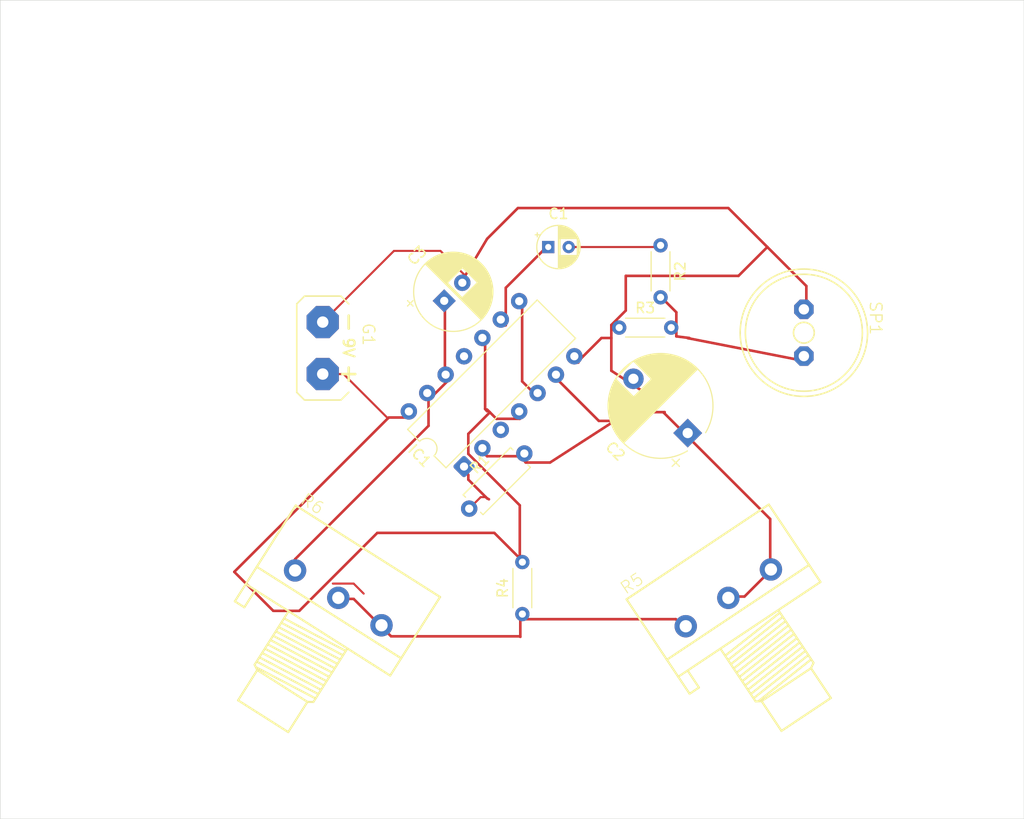
<source format=kicad_pcb>
(kicad_pcb (version 20241229) (generator "pcbnew") (generator_version "9.0")
  (layers (0 "F.Cu" signal) (2 "B.Cu" signal) (13 "F.Paste" user) (15 "B.Paste" user) (5 "F.SilkS" user "F.Silkscreen") (7 "B.SilkS" user "B.Silkscreen") (1 "F.Mask" user) (3 "B.Mask" user) (25 "Edge.Cuts" user))
  (net 0 "")
  (net 1 "Net-(C1-Pad2)")
  (net 2 "Net-(IC1B-Q)")
  (net 3 "/GND")
  (net 4 "Net-(IC1A-THR)")
  (net 5 "Net-(IC1B-DIS)")
  (net 6 "/VCC")
  (net 9 "Net-(IC1A-Q)")
  (net 10 "Net-(IC1A-DIS)")
  (net 11 "Net-(SP1-2)")
  (net 12 "Net-(R5-A)")
  (footprint "Resistor_THT:R_Axial_DIN0204_L3.6mm_D1.6mm_P5.08mm_Horizontal" (layer "F.Cu") (at 149.5 125 90)
    (property "Reference" "R4" (at 2.54 -1.92 90) (layer "F.SilkS"))
    (property "Value" "~")
    (pad "1" thru_hole circle (at 0 0 90) (size 1.4 1.4) (drill 0.7) (layers "*.Cu" "*.Mask") (net 12 "Net-(R5-A)"))
    (pad "2" thru_hole oval (at 5.08 0 90) (size 1.4 1.4) (drill 0.7) (layers "*.Cu" "*.Mask") (net 6 "/VCC"))
  )
  (footprint "apc556fix:AB9V" (layer "F.Cu") (at 130 99 180)
    (property "Reference" "G1" (at -3.81 2.54 270) (layer "F.SilkS") (effects (font (size 1.143 1.143) (thickness 0.127)) (justify left bottom)))
    (property "Value" "AB9V")
    (fp_text user "9V" (at -1.905 1.143 270) (layer "F.SilkS") (effects (font (size 1.0668 1.0668) (thickness 0.2032)) (justify left bottom)))
    (pad "+" thru_hole roundrect (at 0 -2.54 180) (size 3.1496 3.1496) (drill 1.1176) (layers "*.Cu" "*.Mask") (chamfer_ratio 0.2928932188) (chamfer top_left top_right bottom_left bottom_right) (net 6 "/VCC"))
    (pad "-" thru_hole roundrect (at 0 2.54 180) (size 3.1496 3.1496) (drill 1.1176) (layers "*.Cu" "*.Mask") (chamfer_ratio 0.2928932188) (chamfer top_left top_right bottom_left bottom_right) (net 3 "/GND"))
  )
  (footprint "Resistor_THT:R_Axial_DIN0204_L3.6mm_D1.6mm_P5.08mm_Horizontal" (layer "F.Cu") (at 158.96 97)
    (property "Reference" "R3" (at 2.54 -1.92 0) (layer "F.SilkS"))
    (property "Value" "47K")
    (pad "1" thru_hole circle (at 0 0) (size 1.4 1.4) (drill 0.7) (layers "*.Cu" "*.Mask") (net 3 "/GND"))
    (pad "2" thru_hole oval (at 5.08 0) (size 1.4 1.4) (drill 0.7) (layers "*.Cu" "*.Mask") (net 11 "Net-(SP1-2)"))
  )
  (footprint "Resistor_THT:R_Axial_DIN0204_L3.6mm_D1.6mm_P5.08mm_Horizontal" (layer "F.Cu") (at 163 88.96 -90)
    (property "Reference" "R2" (at 2.54 -1.92 90) (layer "F.SilkS"))
    (property "Value" "10K")
    (pad "1" thru_hole circle (at 0 0 270) (size 1.4 1.4) (drill 0.7) (layers "*.Cu" "*.Mask") (net 1 "Net-(C1-Pad2)"))
    (pad "2" thru_hole oval (at 5.08 0 270) (size 1.4 1.4) (drill 0.7) (layers "*.Cu" "*.Mask") (net 11 "Net-(SP1-2)"))
  )
  (footprint "apc556fix:AL11P" (layer "F.Cu") (at 177 97.5 -90)
    (property "Reference" "SP1" (at -3.175 -6.35 270) (layer "F.SilkS") (effects (font (size 1.143 1.143) (thickness 0.127)) (justify left bottom)))
    (property "Value" "AL11P")
    (pad "+" thru_hole roundrect (at 2.286 0 270) (size 1.905 1.905) (drill 1.016) (layers "*.Cu" "*.Mask") (chamfer_ratio 0.2928932188) (chamfer top_left top_right bottom_left bottom_right) (net 11 "Net-(SP1-2)"))
    (pad "-" thru_hole roundrect (at -2.286 0 270) (size 1.905 1.905) (drill 1.016) (layers "*.Cu" "*.Mask") (chamfer_ratio 0.2928932188) (chamfer top_left top_right bottom_left bottom_right) (net 3 "/GND"))
  )
  (footprint "apc556fix:3RP_1610N" (layer "F.Cu") (at 131.5211 123.4136 -32.4)
    (property "Reference" "R6" (at -8.255 -5.715 327.6) (layer "F.SilkS") (effects (font (size 1.1684 1.1684) (thickness 0.1016)) (justify left bottom)))
    (property "Value" "~")
    (pad "1" thru_hole circle (at -5 0 327.6) (size 2.1844 2.1844) (drill 1.2) (layers "*.Cu" "*.Mask") (net 5 "Net-(IC1B-DIS)"))
    (pad "2" thru_hole circle (at 0 0 327.6) (size 2.1844 2.1844) (drill 1.2) (layers "*.Cu" "*.Mask") (net 12 "Net-(R5-A)"))
    (pad "3" thru_hole circle (at 5 0 327.6) (size 2.1844 2.1844) (drill 1.2) (layers "*.Cu" "*.Mask") (net 12 "Net-(R5-A)"))
  )
  (footprint "apc556fix:3RP_1610N" (layer "F.Cu") (at 169.6211 123.4136 33.7)
    (property "Reference" "R5" (at -8.255 -5.715 33.7) (layer "F.SilkS") (effects (font (size 1.1684 1.1684) (thickness 0.1016)) (justify left bottom)))
    (property "Value" "~")
    (pad "1" thru_hole circle (at -5 0 33.7) (size 2.1844 2.1844) (drill 1.2) (layers "*.Cu" "*.Mask") (net 12 "Net-(R5-A)"))
    (pad "2" thru_hole circle (at 0 0 33.7) (size 2.1844 2.1844) (drill 1.2) (layers "*.Cu" "*.Mask") (net 4 "Net-(IC1A-THR)"))
    (pad "3" thru_hole circle (at 5 0 33.7) (size 2.1844 2.1844) (drill 1.2) (layers "*.Cu" "*.Mask") (net 4 "Net-(IC1A-THR)"))
  )
  (footprint "Capacitor_THT:CP_Radial_D7.5mm_P2.50mm" (layer "F.Cu") (at 141.867088 94.383883 45)
    (property "Reference" "C3" (at 1.25 -4.999999 45) (layer "F.SilkS"))
    (property "Value" "100nF")
    (pad "1" thru_hole rect (at 0 0 45) (size 1.6 1.6) (drill 0.8) (layers "*.Cu" "*.Mask") (net 5 "Net-(IC1B-DIS)"))
    (pad "2" thru_hole circle (at 2.5 0 45) (size 1.6 1.6) (drill 0.8) (layers "*.Cu" "*.Mask") (net 3 "/GND"))
  )
  (footprint "Capacitor_THT:CP_Radial_D10.0mm_P7.50mm" (layer "F.Cu") (at 165.65165 107.305338 135)
    (property "Reference" "C2" (at 3.75 -6.25 135) (layer "F.SilkS"))
    (property "Value" "10nF")
    (pad "1" thru_hole rect (at 0 0 135) (size 2 2) (drill 1) (layers "*.Cu" "*.Mask") (net 4 "Net-(IC1A-THR)"))
    (pad "2" thru_hole circle (at 7.5 0 135) (size 2 2) (drill 1) (layers "*.Cu" "*.Mask") (net 3 "/GND"))
  )
  (footprint "Capacitor_THT:CP_Radial_D4.0mm_P2.00mm" (layer "F.Cu") (at 152.027401 89.1236)
    (property "Reference" "C1" (at 1 -3.25 0) (layer "F.SilkS"))
    (property "Value" "10uF")
    (pad "1" thru_hole rect (at 0 0) (size 1.2 1.2) (drill 0.6) (layers "*.Cu" "*.Mask") (net 2 "Net-(IC1B-Q)"))
    (pad "2" thru_hole circle (at 2 0) (size 1.2 1.2) (drill 0.6) (layers "*.Cu" "*.Mask") (net 1 "Net-(C1-Pad2)"))
  )
  (footprint "Resistor_THT:R_Axial_DIN0207_L6.3mm_D2.5mm_P7.62mm_Horizontal" (layer "F.Cu") (at 144.305923 114.694077 45)
    (property "Reference" "R1" (at 3.81 -2.37 45) (layer "F.SilkS"))
    (property "Value" "1K")
    (pad "1" thru_hole circle (at 0 0 45) (size 1.6 1.6) (drill 0.8) (layers "*.Cu" "*.Mask") (net 10 "Net-(IC1A-DIS)"))
    (pad "2" thru_hole oval (at 7.62 0 45) (size 1.6 1.6) (drill 0.8) (layers "*.Cu" "*.Mask") (net 4 "Net-(IC1A-THR)"))
  )
  (footprint "Package_DIP:DIP-14_W7.62mm" (layer "F.Cu") (at 143.802388 110.578695 135)
    (property "Reference" "IC1" (at 3.81 -2.33 135) (layer "F.SilkS"))
    (property "Value" "NE556N")
    (pad "1" thru_hole roundrect (at 0 0 135) (size 1.6 1.6) (drill 0.8) (layers "*.Cu" "*.Mask") (roundrect_rratio 0.15625) (net 10 "Net-(IC1A-DIS)"))
    (pad "2" thru_hole circle (at 0 2.54 135) (size 1.6 1.6) (drill 0.8) (layers "*.Cu" "*.Mask") (net 4 "Net-(IC1A-THR)"))
    (pad "3" thru_hole circle (at 0 5.079999 135) (size 1.6 1.6) (drill 0.8) (layers "*.Cu" "*.Mask"))
    (pad "4" thru_hole circle (at 0 7.62 135) (size 1.6 1.6) (drill 0.8) (layers "*.Cu" "*.Mask") (net 6 "/VCC"))
    (pad "5" thru_hole circle (at 0 10.16 135) (size 1.6 1.6) (drill 0.8) (layers "*.Cu" "*.Mask") (net 9 "Net-(IC1A-Q)"))
    (pad "6" thru_hole circle (at 0 12.7 135) (size 1.6 1.6) (drill 0.8) (layers "*.Cu" "*.Mask") (net 4 "Net-(IC1A-THR)"))
    (pad "7" thru_hole circle (at 0 15.24 135) (size 1.6 1.6) (drill 0.8) (layers "*.Cu" "*.Mask") (net 3 "/GND"))
    (pad "8" thru_hole circle (at 7.62 15.24 135) (size 1.6 1.6) (drill 0.8) (layers "*.Cu" "*.Mask") (net 9 "Net-(IC1A-Q)"))
    (pad "9" thru_hole circle (at 7.62 12.7 135) (size 1.6 1.6) (drill 0.8) (layers "*.Cu" "*.Mask") (net 2 "Net-(IC1B-Q)"))
    (pad "10" thru_hole circle (at 7.62 10.16 135) (size 1.6 1.6) (drill 0.8) (layers "*.Cu" "*.Mask") (net 6 "/VCC"))
    (pad "11" thru_hole circle (at 7.62 7.62 135) (size 1.6 1.6) (drill 0.8) (layers "*.Cu" "*.Mask"))
    (pad "12" thru_hole circle (at 7.62 5.08 135) (size 1.6 1.6) (drill 0.8) (layers "*.Cu" "*.Mask") (net 5 "Net-(IC1B-DIS)"))
    (pad "13" thru_hole circle (at 7.62 2.54 135) (size 1.6 1.6) (drill 0.8) (layers "*.Cu" "*.Mask") (net 5 "Net-(IC1B-DIS)"))
    (pad "14" thru_hole circle (at 7.62 0 135) (size 1.6 1.6) (drill 0.8) (layers "*.Cu" "*.Mask") (net 6 "/VCC"))
  )
  (gr_line (start 98.5011 145.0036) (end 198.5011 145.0036) (stroke (width 0.05)) (layer "Edge.Cuts"))
  (gr_line (start 98.5011 65.0036) (end 98.5011 145.0036) (stroke (width 0.05)) (layer "Edge.Cuts"))
  (gr_line (start 198.5011 145.0036) (end 198.5011 65.0036) (stroke (width 0.05)) (layer "Edge.Cuts"))
  (gr_line (start 198.5011 65.0036) (end 98.5011 65.0036) (stroke (width 0.05)) (layer "Edge.Cuts"))
  (segment (start 133.0172 122.0172) (end 130.987308 122.0172) (width 0.2) (layer "F.Cu") (net 0))
  (segment (start 134 123) (end 133.0172 122.0172) (width 0.2) (layer "F.Cu") (net 0))
  (segment (start 154.027401 89.1236) (end 162.8364 89.1236) (width 0.2) (layer "F.Cu") (net 1))
  (segment (start 154.5081 89.2252) (end 154.3811 89.1236) (width 0.254) (layer "F.Cu") (net 1))
  (segment (start 162.8364 89.1236) (end 163 88.96) (width 0.2) (layer "F.Cu") (net 1))
  (segment (start 151.7649 89.2252) (end 151.8411 89.1236) (width 0.254) (layer "F.Cu") (net 2))
  (segment (start 147.8787 96.769) (end 147.659125 96.807422) (width 0.254) (layer "F.Cu") (net 2))
  (segment (start 151.7649 89.2252) (end 147.8787 93.1114) (width 0.254) (layer "F.Cu") (net 2))
  (segment (start 147.8787 93.1114) (end 147.8787 96.769) (width 0.254) (layer "F.Cu") (net 2))
  (segment (start 149.063787 85.3136) (end 169.6211 85.3136) (width 0.254) (layer "F.Cu") (net 3))
  (segment (start 173.4311 89.1236) (end 177.2411 92.9336) (width 0.254) (layer "F.Cu") (net 3))
  (segment (start 170.6117 91.943) (end 173.4311 89.1236) (width 0.254) (layer "F.Cu") (net 3))
  (segment (start 154.843328 100.399525) (end 157.229253 98.0136) (width 0.254) (layer "F.Cu") (net 3))
  (segment (start 158.1911 101.212091) (end 161.629125 103.465575) (width 0.254) (layer "F.Cu") (net 3))
  (segment (start 169.6211 85.3136) (end 173.4311 89.1236) (width 0.254) (layer "F.Cu") (net 3))
  (segment (start 143.918636 91.918636) (end 146.058243 88.319144) (width 0.254) (layer "F.Cu") (net 3))
  (segment (start 130 96.46) (end 136.96 89.5) (width 0.2) (layer "F.Cu") (net 3))
  (segment (start 157.229253 98.0136) (end 158.1911 98.0136) (width 0.254) (layer "F.Cu") (net 3))
  (segment (start 146.058243 88.319144) (end 149.063787 85.3136) (width 0.254) (layer "F.Cu") (net 3))
  (segment (start 159.601918 95.332782) (end 159.601918 91.943) (width 0.254) (layer "F.Cu") (net 3))
  (segment (start 136.96 89.5) (end 141.5 89.5) (width 0.2) (layer "F.Cu") (net 3))
  (segment (start 158.1911 96.7436) (end 159.601918 95.332782) (width 0.254) (layer "F.Cu") (net 3))
  (segment (start 158.1911 101.212091) (end 158.1911 98.0136) (width 0.254) (layer "F.Cu") (net 3))
  (segment (start 158.1911 98.0136) (end 158.1911 96.7436) (width 0.254) (layer "F.Cu") (net 3))
  (segment (start 143.849125 92.035575) (end 143.918636 91.918636) (width 0.254) (layer "F.Cu") (net 3))
  (segment (start 141.5 89.5) (end 143.918636 91.918636) (width 0.2) (layer "F.Cu") (net 3))
  (segment (start 159.601918 91.943) (end 170.6117 91.943) (width 0.254) (layer "F.Cu") (net 3))
  (segment (start 177.2411 92.9336) (end 177.2411 95.7276) (width 0.254) (layer "F.Cu") (net 3))
  (segment (start 143.9925 92.1208) (end 143.849125 92.035575) (width 0.254) (layer "F.Cu") (net 3))
  (segment (start 154.9653 100.4266) (end 154.843328 100.399525) (width 0.254) (layer "F.Cu") (net 3))
  (segment (start 163.32535 105.32535) (end 173.7105 115.7105) (width 0.254) (layer "F.Cu") (net 4))
  (segment (start 171.1959 123.2866) (end 169.8243 123.2866) (width 0.254) (layer "F.Cu") (net 4))
  (segment (start 156.971018 106.119316) (end 158.504715 106.119316) (width 0.254) (layer "F.Cu") (net 4))
  (segment (start 158.504715 106.119316) (end 159.833071 105.261629) (width 0.254) (layer "F.Cu") (net 4))
  (segment (start 163.389075 105.261625) (end 163.32535 105.32535) (width 0.254) (layer "F.Cu") (net 4))
  (segment (start 163.389075 105.261629) (end 163.389075 105.261625) (width 0.254) (layer "F.Cu") (net 4))
  (segment (start 158.504715 106.119316) (end 152.203984 110.18755) (width 0.254) (layer "F.Cu") (net 4))
  (segment (start 149.82715 110.18755) (end 152.203984 110.18755) (width 0.254) (layer "F.Cu") (net 4))
  (segment (start 146.0499 109.5706) (end 145.863071 109.379782) (width 0.254) (layer "F.Cu") (net 4))
  (segment (start 153.1365 102.0268) (end 153.047278 102.195575) (width 0.254) (layer "F.Cu") (net 4))
  (segment (start 173.7105 120.772) (end 171.1959 123.2866) (width 0.254) (layer "F.Cu") (net 4))
  (segment (start 159.833071 105.261629) (end 163.389075 105.261629) (width 0.254) (layer "F.Cu") (net 4))
  (segment (start 153.047278 102.195575) (end 156.971018 106.119316) (width 0.254) (layer "F.Cu") (net 4))
  (segment (start 149.7075 110.0278) (end 149.2503 109.5706) (width 0.254) (layer "F.Cu") (net 4))
  (segment (start 173.780868 120.639379) (end 173.7105 120.772) (width 0.254) (layer "F.Cu") (net 4))
  (segment (start 149.7075 110.0278) (end 149.82715 110.18755) (width 0.254) (layer "F.Cu") (net 4))
  (segment (start 173.7105 115.7105) (end 173.7105 120.5434) (width 0.254) (layer "F.Cu") (net 4))
  (segment (start 149.2503 109.5706) (end 146.0499 109.5706) (width 0.254) (layer "F.Cu") (net 4))
  (segment (start 173.7105 120.5434) (end 173.780868 120.639379) (width 0.254) (layer "F.Cu") (net 4))
  (segment (start 169.8243 123.2866) (end 169.6211 123.4136) (width 0.254) (layer "F.Cu") (net 4))
  (segment (start 140.5635 103.8556) (end 140.474918 103.991629) (width 0.254) (layer "F.Cu") (net 5))
  (segment (start 140.3349 104.0842) (end 140.3349 106.5988) (width 0.254) (layer "F.Cu") (net 5))
  (segment (start 142.1637 102.0268) (end 141.9351 101.7982) (width 0.254) (layer "F.Cu") (net 5))
  (segment (start 127.3047 119.629) (end 127.3047 120.5434) (width 0.254) (layer "F.Cu") (net 5))
  (segment (start 142.1637 102.2554) (end 140.5635 103.8556) (width 0.254) (layer "F.Cu") (net 5))
  (segment (start 140.3349 106.5988) (end 127.3047 119.629) (width 0.254) (layer "F.Cu") (net 5))
  (segment (start 141.9351 93.9496) (end 142.053071 93.831629) (width 0.254) (layer "F.Cu") (net 5))
  (segment (start 142.1637 102.0268) (end 142.270971 102.195575) (width 0.254) (layer "F.Cu") (net 5))
  (segment (start 142.1637 102.2554) (end 142.270971 102.195575) (width 0.254) (layer "F.Cu") (net 5))
  (segment (start 140.3349 104.0842) (end 140.474918 103.991629) (width 0.254) (layer "F.Cu") (net 5))
  (segment (start 141.9351 101.7982) (end 141.9351 93.9496) (width 0.254) (layer "F.Cu") (net 5))
  (segment (start 127.3047 120.5434) (end 127.299459 120.734469) (width 0.254) (layer "F.Cu") (net 5))
  (segment (start 145.863071 104.953475) (end 145.863071 98.603475) (width 0.254) (layer "F.Cu") (net 6))
  (segment (start 146.9643 105.913) (end 146.3293 105.278) (width 0.254) (layer "F.Cu") (net 6))
  (segment (start 136.36735 105.86735) (end 121.3611 120.8736) (width 0.254) (layer "F.Cu") (net 6))
  (segment (start 144.2211 109.342) (end 149.2503 114.3712) (width 0.254) (layer "F.Cu") (net 6))
  (segment (start 136.447021 105.787679) (end 136.36735 105.86735) (width 0.254) (layer "F.Cu") (net 6))
  (segment (start 149.2503 119.4004) (end 149.3011 119.6036) (width 0.254) (layer "F.Cu") (net 6))
  (segment (start 125.1711 124.6836) (end 127.7111 124.6836) (width 0.254) (layer "F.Cu") (net 6))
  (segment (start 146.7611 117.0636) (end 149.3011 119.6036) (width 0.254) (layer "F.Cu") (net 6))
  (segment (start 149.2503 105.913) (end 149.455175 105.787679) (width 0.254) (layer "F.Cu") (net 6))
  (segment (start 146.3293 105.278) (end 146.0499 104.9986) (width 0.254) (layer "F.Cu") (net 6))
  (segment (start 146.0499 105.1764) (end 145.863071 104.953475) (width 0.254) (layer "F.Cu") (net 6))
  (segment (start 138.678868 105.787679) (end 136.447021 105.787679) (width 0.254) (layer "F.Cu") (net 6))
  (segment (start 130 101.54) (end 132.04 101.54) (width 0.2) (layer "F.Cu") (net 6))
  (segment (start 144.2211 107.3862) (end 144.2211 109.342) (width 0.254) (layer "F.Cu") (net 6))
  (segment (start 127.7111 124.6836) (end 135.3311 117.0636) (width 0.254) (layer "F.Cu") (net 6))
  (segment (start 149.2503 114.3712) (end 149.2503 119.4004) (width 0.254) (layer "F.Cu") (net 6))
  (segment (start 121.3611 120.8736) (end 125.1711 124.6836) (width 0.254) (layer "F.Cu") (net 6))
  (segment (start 146.3293 105.278) (end 144.2211 107.3862) (width 0.254) (layer "F.Cu") (net 6))
  (segment (start 145.8213 98.5978) (end 145.863071 98.603475) (width 0.254) (layer "F.Cu") (net 6))
  (segment (start 138.5061 105.6844) (end 138.678868 105.787679) (width 0.254) (layer "F.Cu") (net 6))
  (segment (start 132.04 101.54) (end 136.36735 105.86735) (width 0.2) (layer "F.Cu") (net 6))
  (segment (start 135.3311 117.0636) (end 146.7611 117.0636) (width 0.254) (layer "F.Cu") (net 6))
  (segment (start 149.2503 105.913) (end 146.9643 105.913) (width 0.254) (layer "F.Cu") (net 6))
  (segment (start 149.4789 102.2554) (end 149.4789 95.1688) (width 0.254) (layer "F.Cu") (net 9))
  (segment (start 149.4789 95.1688) (end 149.455175 95.011372) (width 0.254) (layer "F.Cu") (net 9))
  (segment (start 151.0791 103.8556) (end 151.251225 103.991629) (width 0.254) (layer "F.Cu") (net 9))
  (segment (start 151.0791 103.8556) (end 149.4789 102.2554) (width 0.254) (layer "F.Cu") (net 9))
  (segment (start 144.305923 114.694077) (end 145.43225 113.56775) (width 0.2) (layer "F.Cu") (net 10))
  (segment (start 146.0499 113.6854) (end 145.93225 113.56775) (width 0.254) (layer "F.Cu") (net 10))
  (segment (start 144.2211 111.3994) (end 144.067021 111.175832) (width 0.254) (layer "F.Cu") (net 10))
  (segment (start 144.2211 111.8566) (end 144.2211 111.3994) (width 0.254) (layer "F.Cu") (net 10))
  (segment (start 145.43225 113.56775) (end 145.93225 113.56775) (width 0.2) (layer "F.Cu") (net 10))
  (segment (start 145.93225 113.56775) (end 144.2211 111.8566) (width 0.254) (layer "F.Cu") (net 10))
  (segment (start 146.0499 113.6854) (end 146.235046 113.779654) (width 0.254) (layer "F.Cu") (net 10))
  (segment (start 164.5411 97.85485) (end 165.8111 98.0136) (width 0.254) (layer "F.Cu") (net 11))
  (segment (start 164.5411 95.5011) (end 164.5411 97.85485) (width 0.254) (layer "F.Cu") (net 11))
  (segment (start 165.671496 98.03105) (end 165.8111 98.0136) (width 0.254) (layer "F.Cu") (net 11))
  (segment (start 165.671496 98.03105) (end 177.2411 100.2996) (width 0.254) (layer "F.Cu") (net 11))
  (segment (start 163.04 94) (end 164.5411 95.5011) (width 0.254) (layer "F.Cu") (net 11))
  (segment (start 149.3011 127.2236) (end 149.3011 125.5) (width 0.254) (layer "F.Cu") (net 12))
  (segment (start 131.5211 123.4136) (end 131.6481 123.5152) (width 0.254) (layer "F.Cu") (net 12))
  (segment (start 165.2523 126.2584) (end 165.461328 126.187825) (width 0.254) (layer "F.Cu") (net 12))
  (segment (start 133.0197 123.5152) (end 135.5343 126.0298) (width 0.254) (layer "F.Cu") (net 12))
  (segment (start 149.2503 127.1728) (end 149.3011 127.2236) (width 0.254) (layer "F.Cu") (net 12))
  (segment (start 149.3011 125.5) (end 164.4939 125.5) (width 0.254) (layer "F.Cu") (net 12))
  (segment (start 135.742737 126.092735) (end 135.7629 126.2584) (width 0.254) (layer "F.Cu") (net 12))
  (segment (start 131.6481 123.5152) (end 133.0197 123.5152) (width 0.254) (layer "F.Cu") (net 12))
  (segment (start 164.4939 125.5) (end 165.2523 126.2584) (width 0.254) (layer "F.Cu") (net 12))
  (segment (start 135.5343 126.0298) (end 135.742737 126.092735) (width 0.254) (layer "F.Cu") (net 12))
  (segment (start 136.6773 127.1728) (end 149.2503 127.1728) (width 0.254) (layer "F.Cu") (net 12))
  (segment (start 135.7629 126.2584) (end 136.6773 127.1728) (width 0.254) (layer "F.Cu") (net 12))
)
</source>
